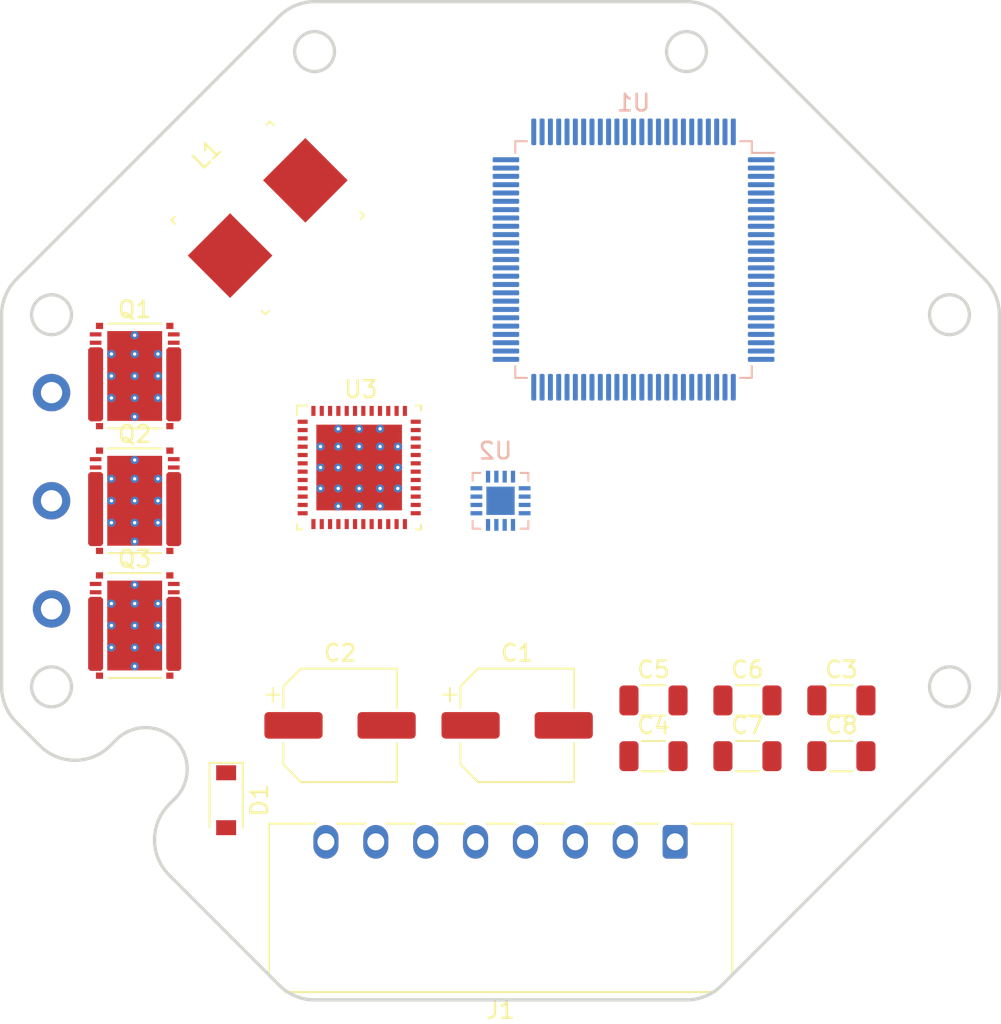
<source format=kicad_pcb>
(kicad_pcb (version 20211232) (generator pcbnew)
  (layers (0 "F.Cu" signal) (1 "In1.Cu" signal) (2 "In2.Cu" signal) (31 "B.Cu" signal) (34 "B.Paste" user) (35 "F.Paste" user) (36 "B.SilkS" user "B.Silkscreen") (37 "F.SilkS" user "F.Silkscreen") (38 "B.Mask" user) (39 "F.Mask" user) (44 "Edge.Cuts" user))
  (net 0 "")
  (net 4 "PGND")
  (net 20 "Net-(Q3-VSW)")
  (net 145 "Net-(U3-PGND)")
  (net 196 "Net-(Q2-VSW)")
  (net 205 "Net-(J2-PTH)")
  (footprint "Capacitor_SMD:C_1206_3216Metric" (layer "F.Cu") (at 139.2 112)
    (fp_text reference "C5" (at 0 -1.85) (layer "F.SilkS"))
    (fp_text value "10 uF")
    (pad "1" smd roundrect (at -1.475 0) (size 1.15 1.8) (layers "F.Cu" "F.Paste" "F.Mask") (roundrect_rratio 0.217391))
    (pad "2" smd roundrect (at 1.475 0) (size 1.15 1.8) (layers "F.Cu" "F.Paste" "F.Mask") (roundrect_rratio 0.217391))
  )
  (footprint "Package_VSON-CLIP_T:DMM0022A" (layer "F.Cu") (at 108 107.5)
    (fp_text reference "Q3" (at 0 -4) (layer "F.SilkS"))
    (fp_text value "CSD88599Q5DC" hide)
    (fp_poly (pts (xy -2.3 2.5) (xy -2.000001 2.5) (xy -2.000001 -1.5) (xy -2.3 -1.5)) (stroke (width 0.1)) (fill solid) (layer "F.Cu"))
    (fp_poly (pts (xy 2.3 -1.500002) (xy 2.000001 -1.500002) (xy 2.000001 2.499998) (xy 2.3 2.499998)) (stroke (width 0.1)) (fill solid) (layer "F.Cu"))
    (fp_poly (pts (xy -2.75 2.575001) (xy -2.75 -1.575001) (xy -2.65 -1.675) (xy -2.050001 -1.675) (xy -1.950001 -1.575001) (xy -1.950001 2.575001) (xy -2.050001 2.675001) (xy -2.65 2.675001)) (stroke (width 0.1)) (fill solid) (layer "F.Cu"))
    (fp_poly (pts (xy 2.75 2.575001) (xy 2.75 -1.575001) (xy 2.65 -1.675) (xy 2.050001 -1.675) (xy 1.950001 -1.575001) (xy 1.950001 2.575001) (xy 2.050001 2.675001) (xy 2.65 2.675001)) (stroke (width 0.1)) (fill solid) (layer "F.Cu"))
    (pad "1" smd rect (at -2.35 -2.5) (size 0.700001 0.249999) (layers "F.Cu" "F.Paste" "F.Mask"))
    (pad "2" smd rect (at -2.35 -2.000001) (size 0.700001 0.249999) (layers "F.Cu" "F.Paste" "F.Mask"))
    (pad "3" smd rect (at -2.35 -1.5) (size 0.700001 0.249999) (layers "F.Cu" "F.Paste" "F.Mask") (net 20 "Net-(Q3-VSW)"))
    (pad "4" smd rect (at -2.35 -1.000001) (size 0.700001 0.249999) (layers "F.Cu" "F.Paste" "F.Mask") (net 20 "Net-(Q3-VSW)"))
    (pad "5" smd rect (at -2.35 -0.499999) (size 0.700001 0.249999) (layers "F.Cu" "F.Paste" "F.Mask") (net 20 "Net-(Q3-VSW)"))
    (pad "6" smd rect (at -2.35 0) (size 0.700001 0.249999) (layers "F.Cu" "F.Paste" "F.Mask") (net 20 "Net-(Q3-VSW)"))
    (pad "7" smd rect (at -2.35 0.499999) (size 0.700001 0.249999) (layers "F.Cu" "F.Paste" "F.Mask") (net 20 "Net-(Q3-VSW)"))
    (pad "8" smd rect (at -2.35 1.000001) (size 0.700001 0.249999) (layers "F.Cu" "F.Paste" "F.Mask") (net 20 "Net-(Q3-VSW)"))
    (pad "9" smd rect (at -2.35 1.5) (size 0.700001 0.249999) (layers "F.Cu" "F.Paste" "F.Mask") (net 20 "Net-(Q3-VSW)"))
    (pad "10" smd rect (at -2.35 2.000001) (size 0.700001 0.249999) (layers "F.Cu" "F.Paste" "F.Mask") (net 20 "Net-(Q3-VSW)"))
    (pad "11" smd rect (at -2.35 2.5) (size 0.700001 0.249999) (layers "F.Cu" "F.Paste" "F.Mask") (net 20 "Net-(Q3-VSW)"))
    (pad "12" smd rect (at 2.35 2.5) (size 0.700001 0.249999) (layers "F.Cu" "F.Paste" "F.Mask") (net 4 "PGND"))
    (pad "13" smd rect (at 2.35 2.000001) (size 0.700001 0.249999) (layers "F.Cu" "F.Paste" "F.Mask") (net 4 "PGND"))
    (pad "14" smd rect (at 2.35 1.5) (size 0.700001 0.249999) (layers "F.Cu" "F.Paste" "F.Mask") (net 4 "PGND"))
    (pad "15" smd rect (at 2.35 1.000001) (size 0.700001 0.249999) (layers "F.Cu" "F.Paste" "F.Mask") (net 4 "PGND"))
    (pad "16" smd rect (at 2.35 0.499999) (size 0.700001 0.249999) (layers "F.Cu" "F.Paste" "F.Mask") (net 4 "PGND"))
    (pad "17" smd rect (at 2.35 0) (size 0.700001 0.249999) (layers "F.Cu" "F.Paste" "F.Mask") (net 4 "PGND"))
    (pad "18" smd rect (at 2.35 -0.499999) (size 0.700001 0.249999) (layers "F.Cu" "F.Paste" "F.Mask") (net 4 "PGND"))
    (pad "19" smd rect (at 2.35 -1.000001) (size 0.700001 0.249999) (layers "F.Cu" "F.Paste" "F.Mask") (net 4 "PGND"))
    (pad "20" smd rect (at 2.35 -1.5) (size 0.700001 0.249999) (layers "F.Cu" "F.Paste" "F.Mask") (net 4 "PGND"))
    (pad "21" smd rect (at 2.35 -2.000001) (size 0.700001 0.249999) (layers "F.Cu" "F.Paste" "F.Mask"))
    (pad "22" smd rect (at 2.35 -2.5) (size 0.700001 0.249999) (layers "F.Cu" "F.Paste" "F.Mask"))
    (pad "23" smd rect (at -2.115 -3.012999) (size 0.429999 0.375001) (layers "F.Cu" "F.Paste" "F.Mask"))
    (pad "24" smd rect (at -2.115 3.012999) (size 0.429999 0.375001) (layers "F.Cu" "F.Paste" "F.Mask"))
    (pad "25" smd rect (at 2.115 3.012999) (size 0.429999 0.375001) (layers "F.Cu" "F.Paste" "F.Mask"))
    (pad "26" smd rect (at 2.115 -3.012999) (size 0.429999 0.375001) (layers "F.Cu" "F.Paste" "F.Mask"))
    (pad "27" smd rect (at 0 0) (size 3.300001 5.399999) (layers "F.Cu" "F.Paste" "F.Mask"))
    (pad "V" thru_hole circle (at -1.4 -1.32) (size 0.499999 0.499999) (drill 0.2032) (layers *.Cu *.Mask))
    (pad "V" thru_hole circle (at -1.4 0) (size 0.499999 0.499999) (drill 0.2032) (layers *.Cu *.Mask))
    (pad "V" thru_hole circle (at -1.4 1.32) (size 0.499999 0.499999) (drill 0.2032) (layers *.Cu *.Mask))
    (pad "V" thru_hole circle (at 0 -2.45) (size 0.499999 0.499999) (drill 0.2032) (layers *.Cu *.Mask))
    (pad "V" thru_hole circle (at 0 -1.320002) (size 0.499999 0.499999) (drill 0.2032) (layers *.Cu *.Mask))
    (pad "V" thru_hole circle (at 0 0) (size 0.499999 0.499999) (drill 0.2032) (layers *.Cu *.Mask))
    (pad "V" thru_hole circle (at 0 1.320002) (size 0.499999 0.499999) (drill 0.2032) (layers *.Cu *.Mask))
    (pad "V" thru_hole circle (at 0 2.45) (size 0.499999 0.499999) (drill 0.2032) (layers *.Cu *.Mask))
    (pad "V" thru_hole circle (at 1.4 -1.32) (size 0.499999 0.499999) (drill 0.2032) (layers *.Cu *.Mask))
    (pad "V" thru_hole circle (at 1.4 0) (size 0.499999 0.499999) (drill 0.2032) (layers *.Cu *.Mask))
    (pad "V" thru_hole circle (at 1.4 1.32) (size 0.499999 0.499999) (drill 0.2032) (layers *.Cu *.Mask))
  )
  (footprint "Hole_PTH_T:PTH_1.28mm_ID_2.25mm_OD" (layer "F.Cu") (at 103 93.5)
    (fp_text reference "J2" hide)
    (fp_text value "PTH" hide)
    (pad "1" thru_hole circle (at 0 0) (size 2.25 2.25) (drill 1.28) (layers *.Cu *.Mask) (net 205 "Net-(J2-PTH)"))
  )
  (footprint "Hole_PTH_T:PTH_1.28mm_ID_2.25mm_OD" (layer "F.Cu") (at 103 106.5)
    (fp_text reference "J4" hide)
    (fp_text value "PTH" hide)
    (pad "1" thru_hole circle (at 0 0) (size 2.25 2.25) (drill 1.28) (layers *.Cu *.Mask) (net 20 "Net-(Q3-VSW)"))
  )
  (footprint "Hole_PTH_T:PTH_1.28mm_ID_2.25mm_OD" (layer "F.Cu") (at 103 100)
    (fp_text reference "J3" hide)
    (fp_text value "PTH" hide)
    (pad "1" thru_hole circle (at 0 0) (size 2.25 2.25) (drill 1.28) (layers *.Cu *.Mask) (net 196 "Net-(Q2-VSW)"))
  )
  (footprint "Capacitor_SMD:C_1206_3216Metric" (layer "F.Cu") (at 144.85 112)
    (fp_text reference "C6" (at 0 -1.85) (layer "F.SilkS"))
    (fp_text value "10 uF")
    (pad "1" smd roundrect (at -1.475 0) (size 1.15 1.8) (layers "F.Cu" "F.Paste" "F.Mask") (roundrect_rratio 0.217391))
    (pad "2" smd roundrect (at 1.475 0) (size 1.15 1.8) (layers "F.Cu" "F.Paste" "F.Mask") (roundrect_rratio 0.217391))
  )
  (footprint "Capacitor_SMD:C_1206_3216Metric" (layer "F.Cu") (at 150.5 115.35)
    (fp_text reference "C8" (at 0 -1.85) (layer "F.SilkS"))
    (fp_text value "10 uF")
    (pad "1" smd roundrect (at -1.475 0) (size 1.15 1.8) (layers "F.Cu" "F.Paste" "F.Mask") (roundrect_rratio 0.217391))
    (pad "2" smd roundrect (at 1.475 0) (size 1.15 1.8) (layers "F.Cu" "F.Paste" "F.Mask") (roundrect_rratio 0.217391))
  )
  (footprint "Capacitor_SMD:C_1206_3216Metric" (layer "F.Cu") (at 144.85 115.35)
    (fp_text reference "C7" (at 0 -1.85) (layer "F.SilkS"))
    (fp_text value "10 uF")
    (pad "1" smd roundrect (at -1.475 0) (size 1.15 1.8) (layers "F.Cu" "F.Paste" "F.Mask") (roundrect_rratio 0.217391))
    (pad "2" smd roundrect (at 1.475 0) (size 1.15 1.8) (layers "F.Cu" "F.Paste" "F.Mask") (roundrect_rratio 0.217391))
  )
  (footprint "Package_VSON-CLIP_T:DMM0022A" (layer "F.Cu") (at 108 92.5)
    (fp_text reference "Q1" (at 0 -4) (layer "F.SilkS"))
    (fp_text value "CSD88599Q5DC" hide)
    (fp_poly (pts (xy -2.3 2.5) (xy -2.000001 2.5) (xy -2.000001 -1.5) (xy -2.3 -1.5)) (stroke (width 0.1)) (fill solid) (layer "F.Cu"))
    (fp_poly (pts (xy 2.3 -1.500002) (xy 2.000001 -1.500002) (xy 2.000001 2.499998) (xy 2.3 2.499998)) (stroke (width 0.1)) (fill solid) (layer "F.Cu"))
    (fp_poly (pts (xy -2.75 2.575001) (xy -2.75 -1.575001) (xy -2.65 -1.675) (xy -2.050001 -1.675) (xy -1.950001 -1.575001) (xy -1.950001 2.575001) (xy -2.050001 2.675001) (xy -2.65 2.675001)) (stroke (width 0.1)) (fill solid) (layer "F.Cu"))
    (fp_poly (pts (xy 2.75 2.575001) (xy 2.75 -1.575001) (xy 2.65 -1.675) (xy 2.050001 -1.675) (xy 1.950001 -1.575001) (xy 1.950001 2.575001) (xy 2.050001 2.675001) (xy 2.65 2.675001)) (stroke (width 0.1)) (fill solid) (layer "F.Cu"))
    (pad "1" smd rect (at -2.35 -2.5) (size 0.700001 0.249999) (layers "F.Cu" "F.Paste" "F.Mask"))
    (pad "2" smd rect (at -2.35 -2.000001) (size 0.700001 0.249999) (layers "F.Cu" "F.Paste" "F.Mask"))
    (pad "3" smd rect (at -2.35 -1.5) (size 0.700001 0.249999) (layers "F.Cu" "F.Paste" "F.Mask") (net 205 "Net-(J2-PTH)"))
    (pad "4" smd rect (at -2.35 -1.000001) (size 0.700001 0.249999) (layers "F.Cu" "F.Paste" "F.Mask") (net 205 "Net-(J2-PTH)"))
    (pad "5" smd rect (at -2.35 -0.499999) (size 0.700001 0.249999) (layers "F.Cu" "F.Paste" "F.Mask") (net 205 "Net-(J2-PTH)"))
    (pad "6" smd rect (at -2.35 0) (size 0.700001 0.249999) (layers "F.Cu" "F.Paste" "F.Mask") (net 205 "Net-(J2-PTH)"))
    (pad "7" smd rect (at -2.35 0.499999) (size 0.700001 0.249999) (layers "F.Cu" "F.Paste" "F.Mask") (net 205 "Net-(J2-PTH)"))
    (pad "8" smd rect (at -2.35 1.000001) (size 0.700001 0.249999) (layers "F.Cu" "F.Paste" "F.Mask") (net 205 "Net-(J2-PTH)"))
    (pad "9" smd rect (at -2.35 1.5) (size 0.700001 0.249999) (layers "F.Cu" "F.Paste" "F.Mask") (net 205 "Net-(J2-PTH)"))
    (pad "10" smd rect (at -2.35 2.000001) (size 0.700001 0.249999) (layers "F.Cu" "F.Paste" "F.Mask") (net 205 "Net-(J2-PTH)"))
    (pad "11" smd rect (at -2.35 2.5) (size 0.700001 0.249999) (layers "F.Cu" "F.Paste" "F.Mask") (net 205 "Net-(J2-PTH)"))
    (pad "12" smd rect (at 2.35 2.5) (size 0.700001 0.249999) (layers "F.Cu" "F.Paste" "F.Mask") (net 4 "PGND"))
    (pad "13" smd rect (at 2.35 2.000001) (size 0.700001 0.249999) (layers "F.Cu" "F.Paste" "F.Mask") (net 4 "PGND"))
    (pad "14" smd rect (at 2.35 1.5) (size 0.700001 0.249999) (layers "F.Cu" "F.Paste" "F.Mask") (net 4 "PGND"))
    (pad "15" smd rect (at 2.35 1.000001) (size 0.700001 0.249999) (layers "F.Cu" "F.Paste" "F.Mask") (net 4 "PGND"))
    (pad "16" smd rect (at 2.35 0.499999) (size 0.700001 0.249999) (layers "F.Cu" "F.Paste" "F.Mask") (net 4 "PGND"))
    (pad "17" smd rect (at 2.35 0) (size 0.700001 0.249999) (layers "F.Cu" "F.Paste" "F.Mask") (net 4 "PGND"))
    (pad "18" smd rect (at 2.35 -0.499999) (size 0.700001 0.249999) (layers "F.Cu" "F.Paste" "F.Mask") (net 4 "PGND"))
    (pad "19" smd rect (at 2.35 -1.000001) (size 0.700001 0.249999) (layers "F.Cu" "F.Paste" "F.Mask") (net 4 "PGND"))
    (pad "20" smd rect (at 2.35 -1.5) (size 0.700001 0.249999) (layers "F.Cu" "F.Paste" "F.Mask") (net 4 "PGND"))
    (pad "21" smd rect (at 2.35 -2.000001) (size 0.700001 0.249999) (layers "F.Cu" "F.Paste" "F.Mask"))
    (pad "22" smd rect (at 2.35 -2.5) (size 0.700001 0.249999) (layers "F.Cu" "F.Paste" "F.Mask"))
    (pad "23" smd rect (at -2.115 -3.012999) (size 0.429999 0.375001) (layers "F.Cu" "F.Paste" "F.Mask"))
    (pad "24" smd rect (at -2.115 3.012999) (size 0.429999 0.375001) (layers "F.Cu" "F.Paste" "F.Mask"))
    (pad "25" smd rect (at 2.115 3.012999) (size 0.429999 0.375001) (layers "F.Cu" "F.Paste" "F.Mask"))
    (pad "26" smd rect (at 2.115 -3.012999) (size 0.429999 0.375001) (layers "F.Cu" "F.Paste" "F.Mask"))
    (pad "27" smd rect (at 0 0) (size 3.300001 5.399999) (layers "F.Cu" "F.Paste" "F.Mask"))
    (pad "V" thru_hole circle (at -1.4 -1.32) (size 0.499999 0.499999) (drill 0.2032) (layers *.Cu *.Mask))
    (pad "V" thru_hole circle (at -1.4 0) (size 0.499999 0.499999) (drill 0.2032) (layers *.Cu *.Mask))
    (pad "V" thru_hole circle (at -1.4 1.32) (size 0.499999 0.499999) (drill 0.2032) (layers *.Cu *.Mask))
    (pad "V" thru_hole circle (at 0 -2.45) (size 0.499999 0.499999) (drill 0.2032) (layers *.Cu *.Mask))
    (pad "V" thru_hole circle (at 0 -1.320002) (size 0.499999 0.499999) (drill 0.2032) (layers *.Cu *.Mask))
    (pad "V" thru_hole circle (at 0 0) (size 0.499999 0.499999) (drill 0.2032) (layers *.Cu *.Mask))
    (pad "V" thru_hole circle (at 0 1.320002) (size 0.499999 0.499999) (drill 0.2032) (layers *.Cu *.Mask))
    (pad "V" thru_hole circle (at 0 2.45) (size 0.499999 0.499999) (drill 0.2032) (layers *.Cu *.Mask))
    (pad "V" thru_hole circle (at 1.4 -1.32) (size 0.499999 0.499999) (drill 0.2032) (layers *.Cu *.Mask))
    (pad "V" thru_hole circle (at 1.4 0) (size 0.499999 0.499999) (drill 0.2032) (layers *.Cu *.Mask))
    (pad "V" thru_hole circle (at 1.4 1.32) (size 0.499999 0.499999) (drill 0.2032) (layers *.Cu *.Mask))
  )
  (footprint "Capacitor_SMD:C_1206_3216Metric" (layer "F.Cu") (at 139.2 115.35)
    (fp_text reference "C4" (at 0 -1.85) (layer "F.SilkS"))
    (fp_text value "10 uF")
    (pad "1" smd roundrect (at -1.475 0) (size 1.15 1.8) (layers "F.Cu" "F.Paste" "F.Mask") (roundrect_rratio 0.217391))
    (pad "2" smd roundrect (at 1.475 0) (size 1.15 1.8) (layers "F.Cu" "F.Paste" "F.Mask") (roundrect_rratio 0.217391))
  )
  (footprint "Package_QFN_T:DRV8323RHRGZR" (layer "F.Cu") (at 121.5 98)
    (fp_text reference "U3" (at 0.1 -4.7) (layer "F.SilkS"))
    (fp_text value "DRV8323RS")
    (pad "1" smd rect (at -3.400001 -2.75 90) (size 0.249999 0.599999) (layers "F.Cu" "F.Paste" "F.Mask"))
    (pad "2" smd rect (at -3.400001 -2.250001 90) (size 0.249999 0.599999) (layers "F.Cu" "F.Paste" "F.Mask") (net 145 "Net-(U3-PGND)"))
    (pad "3" smd rect (at -3.400001 -1.750002 90) (size 0.249999 0.599999) (layers "F.Cu" "F.Paste" "F.Mask"))
    (pad "4" smd rect (at -3.400001 -1.25 90) (size 0.249999 0.599999) (layers "F.Cu" "F.Paste" "F.Mask"))
    (pad "5" smd rect (at -3.400001 -0.750001 90) (size 0.249999 0.599999) (layers "F.Cu" "F.Paste" "F.Mask"))
    (pad "6" smd rect (at -3.400001 -0.25 90) (size 0.249999 0.599999) (layers "F.Cu" "F.Paste" "F.Mask"))
    (pad "7" smd rect (at -3.400001 0.25 90) (size 0.249999 0.599999) (layers "F.Cu" "F.Paste" "F.Mask"))
    (pad "8" smd rect (at -3.400001 0.749998 90) (size 0.249999 0.599999) (layers "F.Cu" "F.Paste" "F.Mask"))
    (pad "9" smd rect (at -3.400001 1.25 90) (size 0.249999 0.599999) (layers "F.Cu" "F.Paste" "F.Mask"))
    (pad "10" smd rect (at -3.400001 1.749999 90) (size 0.249999 0.599999) (layers "F.Cu" "F.Paste" "F.Mask"))
    (pad "11" smd rect (at -3.400001 2.250001 90) (size 0.249999 0.599999) (layers "F.Cu" "F.Paste" "F.Mask"))
    (pad "12" smd rect (at -3.400001 2.75 90) (size 0.249999 0.599999) (layers "F.Cu" "F.Paste" "F.Mask"))
    (pad "13" smd rect (at -2.75 3.400001) (size 0.249999 0.599999) (layers "F.Cu" "F.Paste" "F.Mask"))
    (pad "14" smd rect (at -2.250001 3.400001) (size 0.249999 0.599999) (layers "F.Cu" "F.Paste" "F.Mask"))
    (pad "15" smd rect (at -1.750002 3.400001) (size 0.249999 0.599999) (layers "F.Cu" "F.Paste" "F.Mask"))
    (pad "16" smd rect (at -1.25 3.400001) (size 0.249999 0.599999) (layers "F.Cu" "F.Paste" "F.Mask"))
    (pad "17" smd rect (at -0.750001 3.400001) (size 0.249999 0.599999) (layers "F.Cu" "F.Paste" "F.Mask"))
    (pad "18" smd rect (at -0.25 3.400001) (size 0.249999 0.599999) (layers "F.Cu" "F.Paste" "F.Mask"))
    (pad "19" smd rect (at 0.25 3.400001) (size 0.249999 0.599999) (layers "F.Cu" "F.Paste" "F.Mask"))
    (pad "20" smd rect (at 0.749998 3.400001) (size 0.249999 0.599999) (layers "F.Cu" "F.Paste" "F.Mask"))
    (pad "21" smd rect (at 1.25 3.400001) (size 0.249999 0.599999) (layers "F.Cu" "F.Paste" "F.Mask"))
    (pad "22" smd rect (at 1.749999 3.400001) (size 0.249999 0.599999) (layers "F.Cu" "F.Paste" "F.Mask"))
    (pad "23" smd rect (at 2.250001 3.400001) (size 0.249999 0.599999) (layers "F.Cu" "F.Paste" "F.Mask"))
    (pad "24" smd rect (at 2.75 3.400001) (size 0.249999 0.599999) (layers "F.Cu" "F.Paste" "F.Mask"))
    (pad "25" smd rect (at 3.400001 2.75 90) (size 0.249999 0.599999) (layers "F.Cu" "F.Paste" "F.Mask"))
    (pad "26" smd rect (at 3.400001 2.250001 90) (size 0.249999 0.599999) (layers "F.Cu" "F.Paste" "F.Mask"))
    (pad "27" smd rect (at 3.400001 1.749999 90) (size 0.249999 0.599999) (layers "F.Cu" "F.Paste" "F.Mask"))
    (pad "28" smd rect (at 3.400001 1.25 90) (size 0.249999 0.599999) (layers "F.Cu" "F.Paste" "F.Mask"))
    (pad "29" smd rect (at 3.400001 0.749998 90) (size 0.249999 0.599999) (layers "F.Cu" "F.Paste" "F.Mask"))
    (pad "30" smd rect (at 3.400001 0.25 90) (size 0.249999 0.599999) (layers "F.Cu" "F.Paste" "F.Mask"))
    (pad "31" smd rect (at 3.400001 -0.25 90) (size 0.249999 0.599999) (layers "F.Cu" "F.Paste" "F.Mask"))
    (pad "32" smd rect (at 3.400001 -0.750001 90) (size 0.249999 0.599999) (layers "F.Cu" "F.Paste" "F.Mask"))
    (pad "33" smd rect (at 3.400001 -1.25 90) (size 0.249999 0.599999) (layers "F.Cu" "F.Paste" "F.Mask"))
    (pad "34" smd rect (at 3.400001 -1.750002 90) (size 0.249999 0.599999) (layers "F.Cu" "F.Paste" "F.Mask"))
    (pad "35" smd rect (at 3.400001 -2.250001 90) (size 0.249999 0.599999) (layers "F.Cu" "F.Paste" "F.Mask"))
    (pad "36" smd rect (at 3.400001 -2.75 90) (size 0.249999 0.599999) (layers "F.Cu" "F.Paste" "F.Mask"))
    (pad "37" smd rect (at 2.75 -3.400001) (size 0.249999 0.599999) (layers "F.Cu" "F.Paste" "F.Mask"))
    (pad "38" smd rect (at 2.250001 -3.400001) (size 0.249999 0.599999) (layers "F.Cu" "F.Paste" "F.Mask"))
    (pad "39" smd rect (at 1.749999 -3.400001) (size 0.249999 0.599999) (layers "F.Cu" "F.Paste" "F.Mask"))
    (pad "40" smd rect (at 1.25 -3.400001) (size 0.249999 0.599999) (layers "F.Cu" "F.Paste" "F.Mask"))
    (pad "41" smd rect (at 0.749998 -3.400001) (size 0.249999 0.599999) (layers "F.Cu" "F.Paste" "F.Mask"))
    (pad "42" smd rect (at 0.25 -3.400001) (size 0.249999 0.599999) (layers "F.Cu" "F.Paste" "F.Mask"))
    (pad "43" smd rect (at -0.25 -3.400001) (size 0.249999 0.599999) (layers "F.Cu" "F.Paste" "F.Mask"))
    (pad "44" smd rect (at -0.750001 -3.400001) (size 0.249999 0.599999) (layers "F.Cu" "F.Paste" "F.Mask"))
    (pad "45" smd rect (at -1.25 -3.400001) (size 0.249999 0.599999) (layers "F.Cu" "F.Paste" "F.Mask"))
    (pad "46" smd rect (at -1.750002 -3.400001) (size 0.249999 0.599999) (layers "F.Cu" "F.Paste" "F.Mask"))
    (pad "47" smd rect (at -2.250001 -3.400001) (size 0.249999 0.599999) (layers "F.Cu" "F.Paste" "F.Mask"))
    (pad "48" smd rect (at -2.75 -3.400001) (size 0.249999 0.599999) (layers "F.Cu" "F.Paste" "F.Mask"))
    (pad "49" smd rect (at 0 0) (size 5.15 5.15) (layers "F.Cu" "F.Mask") (net 145 "Net-(U3-PGND)"))
    (pad "V" thru_hole circle (at -2.324999 -1.26) (size 0.499999 0.499999) (drill 0.2032) (layers *.Cu *.Mask))
    (pad "V" thru_hole circle (at -2.324999 0) (size 0.499999 0.499999) (drill 0.2032) (layers *.Cu *.Mask))
    (pad "V" thru_hole circle (at -2.324999 1.26) (size 0.499999 0.499999) (drill 0.2032) (layers *.Cu *.Mask))
    (pad "V" thru_hole circle (at -1.26 -2.324999) (size 0.499999 0.499999) (drill 0.2032) (layers *.Cu *.Mask))
    (pad "V" thru_hole circle (at -1.26 -1.26) (size 0.499999 0.499999) (drill 0.2032) (layers *.Cu *.Mask))
    (pad "V" thru_hole circle (at -1.26 0) (size 0.499999 0.499999) (drill 0.2032) (layers *.Cu *.Mask))
    (pad "V" thru_hole circle (at -1.26 1.26) (size 0.499999 0.499999) (drill 0.2032) (layers *.Cu *.Mask))
    (pad "V" thru_hole circle (at -1.26 2.324999) (size 0.499999 0.499999) (drill 0.2032) (layers *.Cu *.Mask))
    (pad "V" thru_hole circle (at 0 -2.324999) (size 0.499999 0.499999) (drill 0.2032) (layers *.Cu *.Mask))
    (pad "V" thru_hole circle (at 0 -1.26) (size 0.499999 0.499999) (drill 0.2032) (layers *.Cu *.Mask))
    (pad "V" thru_hole circle (at 0 0) (size 0.499999 0.499999) (drill 0.2032) (layers *.Cu *.Mask))
    (pad "V" thru_hole circle (at 0 1.26) (size 0.499999 0.499999) (drill 0.2032) (layers *.Cu *.Mask))
    (pad "V" thru_hole circle (at 0 2.324999) (size 0.499999 0.499999) (drill 0.2032) (layers *.Cu *.Mask))
    (pad "V" thru_hole circle (at 1.26 -2.324999) (size 0.499999 0.499999) (drill 0.2032) (layers *.Cu *.Mask))
    (pad "V" thru_hole circle (at 1.26 -1.26) (size 0.499999 0.499999) (drill 0.2032) (layers *.Cu *.Mask))
    (pad "V" thru_hole circle (at 1.26 0) (size 0.499999 0.499999) (drill 0.2032) (layers *.Cu *.Mask))
    (pad "V" thru_hole circle (at 1.26 1.26) (size 0.499999 0.499999) (drill 0.2032) (layers *.Cu *.Mask))
    (pad "V" thru_hole circle (at 1.26 2.324999) (size 0.499999 0.499999) (drill 0.2032) (layers *.Cu *.Mask))
    (pad "V" thru_hole circle (at 2.324999 -1.26) (size 0.499999 0.499999) (drill 0.2032) (layers *.Cu *.Mask))
    (pad "V" thru_hole circle (at 2.324999 0) (size 0.499999 0.499999) (drill 0.2032) (layers *.Cu *.Mask))
    (pad "V" thru_hole circle (at 2.324999 1.26) (size 0.499999 0.499999) (drill 0.2032) (layers *.Cu *.Mask))
  )
  (footprint "Capacitor_SMD:C_1206_3216Metric" (layer "F.Cu") (at 150.5 112)
    (fp_text reference "C3" (at 0 -1.85) (layer "F.SilkS"))
    (fp_text value "10 uF")
    (pad "1" smd roundrect (at -1.475 0) (size 1.15 1.8) (layers "F.Cu" "F.Paste" "F.Mask") (roundrect_rratio 0.217391))
    (pad "2" smd roundrect (at 1.475 0) (size 1.15 1.8) (layers "F.Cu" "F.Paste" "F.Mask") (roundrect_rratio 0.217391))
  )
  (footprint "Capacitor_SMD:CP_Elec_6.3x5.4" (layer "F.Cu") (at 131 113.5)
    (fp_text reference "C1" (at 0 -4.35) (layer "F.SilkS"))
    (fp_text value "22uF")
    (pad "1" smd roundrect (at -2.8 0) (size 3.5 1.6) (layers "F.Cu" "F.Paste" "F.Mask") (roundrect_rratio 0.15625))
    (pad "2" smd roundrect (at 2.8 0) (size 3.5 1.6) (layers "F.Cu" "F.Paste" "F.Mask") (roundrect_rratio 0.15625))
  )
  (footprint "Diode_SMD:D_SOD-123" (layer "F.Cu") (at 113.5 118 -90)
    (fp_text reference "D1" (at 0 -2 90) (layer "F.SilkS"))
    (fp_text value "D_TVS")
    (pad "1" smd rect (at -1.65 0 270) (size 0.9 1.2) (layers "F.Cu" "F.Paste" "F.Mask"))
    (pad "2" smd rect (at 1.65 0 270) (size 0.9 1.2) (layers "F.Cu" "F.Paste" "F.Mask"))
  )
  (footprint "TInductor_SMD:PCC-M0754M" (layer "F.Cu") (at 116 83 45)
    (fp_text reference "L1" (at 0.1 -5.3 45 unlocked) (layer "F.SilkS"))
    (fp_text value "L")
    (pad "1" smd rect (at 3.2 0 45) (size 3.6 3.6) (layers "F.Cu" "F.Paste" "F.Mask"))
    (pad "2" smd rect (at -3.2 0 45) (size 3.6 3.6) (layers "F.Cu" "F.Paste" "F.Mask"))
  )
  (footprint "Capacitor_SMD:CP_Elec_6.3x5.4" (layer "F.Cu") (at 120.35 113.5)
    (fp_text reference "C2" (at 0 -4.35) (layer "F.SilkS"))
    (fp_text value "22uF")
    (pad "1" smd roundrect (at -2.8 0) (size 3.5 1.6) (layers "F.Cu" "F.Paste" "F.Mask") (roundrect_rratio 0.15625))
    (pad "2" smd roundrect (at 2.8 0) (size 3.5 1.6) (layers "F.Cu" "F.Paste" "F.Mask") (roundrect_rratio 0.15625))
  )
  (footprint "Package_VSON-CLIP_T:DMM0022A" (layer "F.Cu") (at 108 100)
    (fp_text reference "Q2" (at 0 -4) (layer "F.SilkS"))
    (fp_text value "CSD88599Q5DC" hide)
    (fp_poly (pts (xy -2.3 2.5) (xy -2.000001 2.5) (xy -2.000001 -1.5) (xy -2.3 -1.5)) (stroke (width 0.1)) (fill solid) (layer "F.Cu"))
    (fp_poly (pts (xy 2.3 -1.500002) (xy 2.000001 -1.500002) (xy 2.000001 2.499998) (xy 2.3 2.499998)) (stroke (width 0.1)) (fill solid) (layer "F.Cu"))
    (fp_poly (pts (xy -2.75 2.575001) (xy -2.75 -1.575001) (xy -2.65 -1.675) (xy -2.050001 -1.675) (xy -1.950001 -1.575001) (xy -1.950001 2.575001) (xy -2.050001 2.675001) (xy -2.65 2.675001)) (stroke (width 0.1)) (fill solid) (layer "F.Cu"))
    (fp_poly (pts (xy 2.75 2.575001) (xy 2.75 -1.575001) (xy 2.65 -1.675) (xy 2.050001 -1.675) (xy 1.950001 -1.575001) (xy 1.950001 2.575001) (xy 2.050001 2.675001) (xy 2.65 2.675001)) (stroke (width 0.1)) (fill solid) (layer "F.Cu"))
    (pad "1" smd rect (at -2.35 -2.5) (size 0.700001 0.249999) (layers "F.Cu" "F.Paste" "F.Mask"))
    (pad "2" smd rect (at -2.35 -2.000001) (size 0.700001 0.249999) (layers "F.Cu" "F.Paste" "F.Mask"))
    (pad "3" smd rect (at -2.35 -1.5) (size 0.700001 0.249999) (layers "F.Cu" "F.Paste" "F.Mask") (net 196 "Net-(Q2-VSW)"))
    (pad "4" smd rect (at -2.35 -1.000001) (size 0.700001 0.249999) (layers "F.Cu" "F.Paste" "F.Mask") (net 196 "Net-(Q2-VSW)"))
    (pad "5" smd rect (at -2.35 -0.499999) (size 0.700001 0.249999) (layers "F.Cu" "F.Paste" "F.Mask") (net 196 "Net-(Q2-VSW)"))
    (pad "6" smd rect (at -2.35 0) (size 0.700001 0.249999) (layers "F.Cu" "F.Paste" "F.Mask") (net 196 "Net-(Q2-VSW)"))
    (pad "7" smd rect (at -2.35 0.499999) (size 0.700001 0.249999) (layers "F.Cu" "F.Paste" "F.Mask") (net 196 "Net-(Q2-VSW)"))
    (pad "8" smd rect (at -2.35 1.000001) (size 0.700001 0.249999) (layers "F.Cu" "F.Paste" "F.Mask") (net 196 "Net-(Q2-VSW)"))
    (pad "9" smd rect (at -2.35 1.5) (size 0.700001 0.249999) (layers "F.Cu" "F.Paste" "F.Mask") (net 196 "Net-(Q2-VSW)"))
    (pad "10" smd rect (at -2.35 2.000001) (size 0.700001 0.249999) (layers "F.Cu" "F.Paste" "F.Mask") (net 196 "Net-(Q2-VSW)"))
    (pad "11" smd rect (at -2.35 2.5) (size 0.700001 0.249999) (layers "F.Cu" "F.Paste" "F.Mask") (net 196 "Net-(Q2-VSW)"))
    (pad "12" smd rect (at 2.35 2.5) (size 0.700001 0.249999) (layers "F.Cu" "F.Paste" "F.Mask") (net 4 "PGND"))
    (pad "13" smd rect (at 2.35 2.000001) (size 0.700001 0.249999) (layers "F.Cu" "F.Paste" "F.Mask") (net 4 "PGND"))
    (pad "14" smd rect (at 2.35 1.5) (size 0.700001 0.249999) (layers "F.Cu" "F.Paste" "F.Mask") (net 4 "PGND"))
    (pad "15" smd rect (at 2.35 1.000001) (size 0.700001 0.249999) (layers "F.Cu" "F.Paste" "F.Mask") (net 4 "PGND"))
    (pad "16" smd rect (at 2.35 0.499999) (size 0.700001 0.249999) (layers "F.Cu" "F.Paste" "F.Mask") (net 4 "PGND"))
    (pad "17" smd rect (at 2.35 0) (size 0.700001 0.249999) (layers "F.Cu" "F.Paste" "F.Mask") (net 4 "PGND"))
    (pad "18" smd rect (at 2.35 -0.499999) (size 0.700001 0.249999) (layers "F.Cu" "F.Paste" "F.Mask") (net 4 "PGND"))
    (pad "19" smd rect (at 2.35 -1.000001) (size 0.700001 0.249999) (layers "F.Cu" "F.Paste" "F.Mask") (net 4 "PGND"))
    (pad "20" smd rect (at 2.35 -1.5) (size 0.700001 0.249999) (layers "F.Cu" "F.Paste" "F.Mask") (net 4 "PGND"))
    (pad "21" smd rect (at 2.35 -2.000001) (size 0.700001 0.249999) (layers "F.Cu" "F.Paste" "F.Mask"))
    (pad "22" smd rect (at 2.35 -2.5) (size 0.700001 0.249999) (layers "F.Cu" "F.Paste" "F.Mask"))
    (pad "23" smd rect (at -2.115 -3.012999) (size 0.429999 0.375001) (layers "F.Cu" "F.Paste" "F.Mask"))
    (pad "24" smd rect (at -2.115 3.012999) (size 0.429999 0.375001) (layers "F.Cu" "F.Paste" "F.Mask"))
    (pad "25" smd rect (at 2.115 3.012999) (size 0.429999 0.375001) (layers "F.Cu" "F.Paste" "F.Mask"))
    (pad "26" smd rect (at 2.115 -3.012999) (size 0.429999 0.375001) (layers "F.Cu" "F.Paste" "F.Mask"))
    (pad "27" smd rect (at 0 0) (size 3.300001 5.399999) (layers "F.Cu" "F.Paste" "F.Mask"))
    (pad "V" thru_hole circle (at -1.4 -1.32) (size 0.499999 0.499999) (drill 0.2032) (layers *.Cu *.Mask))
    (pad "V" thru_hole circle (at -1.4 0) (size 0.499999 0.499999) (drill 0.2032) (layers *.Cu *.Mask))
    (pad "V" thru_hole circle (at -1.4 1.32) (size 0.499999 0.499999) (drill 0.2032) (layers *.Cu *.Mask))
    (pad "V" thru_hole circle (at 0 -2.45) (size 0.499999 0.499999) (drill 0.2032) (layers *.Cu *.Mask))
    (pad "V" thru_hole circle (at 0 -1.320002) (size 0.499999 0.499999) (drill 0.2032) (layers *.Cu *.Mask))
    (pad "V" thru_hole circle (at 0 0) (size 0.499999 0.499999) (drill 0.2032) (layers *.Cu *.Mask))
    (pad "V" thru_hole circle (at 0 1.320002) (size 0.499999 0.499999) (drill 0.2032) (layers *.Cu *.Mask))
    (pad "V" thru_hole circle (at 0 2.45) (size 0.499999 0.499999) (drill 0.2032) (layers *.Cu *.Mask))
    (pad "V" thru_hole circle (at 1.4 -1.32) (size 0.499999 0.499999) (drill 0.2032) (layers *.Cu *.Mask))
    (pad "V" thru_hole circle (at 1.4 0) (size 0.499999 0.499999) (drill 0.2032) (layers *.Cu *.Mask))
    (pad "V" thru_hole circle (at 1.4 1.32) (size 0.499999 0.499999) (drill 0.2032) (layers *.Cu *.Mask))
  )
  (footprint "TConnector_Molex:Molex_Micro-Fit_3.0_43650-0800_1x08_P3.00mm_Horizontal" (layer "F.Cu") (at 140.5 120.5 180)
    (fp_text reference "J1" (at 10.5 -10.12) (layer "F.SilkS"))
    (fp_text value "Conn_01x08")
    (pad "" np_thru_hole circle (at 2.15 -4.32 180) (size 3 3) (drill 3) (layers *.Cu *.Mask))
    (pad "" np_thru_hole circle (at 18.85 -4.32 180) (size 3 3) (drill 3) (layers *.Cu *.Mask))
    (pad "1" thru_hole roundrect (at 0 0 180) (size 1.5 2.02) (drill 1.02) (layers *.Cu *.Mask) (roundrect_rratio 0.166667))
    (pad "2" thru_hole oval (at 3 0 180) (size 1.5 2.02) (drill 1.02) (layers *.Cu *.Mask))
    (pad "3" thru_hole oval (at 6 0 180) (size 1.5 2.02) (drill 1.02) (layers *.Cu *.Mask))
    (pad "4" thru_hole oval (at 9 0 180) (size 1.5 2.02) (drill 1.02) (layers *.Cu *.Mask))
    (pad "5" thru_hole oval (at 12 0 180) (size 1.5 2.02) (drill 1.02) (layers *.Cu *.Mask))
    (pad "6" thru_hole oval (at 15 0 180) (size 1.5 2.02) (drill 1.02) (layers *.Cu *.Mask))
    (pad "7" thru_hole oval (at 18 0 180) (size 1.5 2.02) (drill 1.02) (layers *.Cu *.Mask))
    (pad "8" thru_hole oval (at 21 0 180) (size 1.5 2.02) (drill 1.02) (layers *.Cu *.Mask))
  )
  (footprint "Package_QFP:LQFP-100_14x14mm_P0.5mm" (layer "B.Cu") (at 138 85.5 180)
    (fp_text reference "U1" (at 0 9.42) (layer "B.SilkS") (effects (justify mirror)))
    (fp_text value "STM32H725VGT6")
    (pad "1" smd roundrect (at -7.675 6 180) (size 1.6 0.3) (layers "B.Cu" "B.Paste" "B.Mask"))
    (pad "2" smd roundrect (at -7.675 5.5 180) (size 1.6 0.3) (layers "B.Cu" "B.Paste" "B.Mask"))
    (pad "3" smd roundrect (at -7.675 5 180) (size 1.6 0.3) (layers "B.Cu" "B.Paste" "B.Mask"))
    (pad "4" smd roundrect (at -7.675 4.5 180) (size 1.6 0.3) (layers "B.Cu" "B.Paste" "B.Mask"))
    (pad "5" smd roundrect (at -7.675 4 180) (size 1.6 0.3) (layers "B.Cu" "B.Paste" "B.Mask"))
    (pad "6" smd roundrect (at -7.675 3.5 180) (size 1.6 0.3) (layers "B.Cu" "B.Paste" "B.Mask"))
    (pad "7" smd roundrect (at -7.675 3 180) (size 1.6 0.3) (layers "B.Cu" "B.Paste" "B.Mask"))
    (pad "8" smd roundrect (at -7.675 2.5 180) (size 1.6 0.3) (layers "B.Cu" "B.Paste" "B.Mask"))
    (pad "9" smd roundrect (at -7.675 2 180) (size 1.6 0.3) (layers "B.Cu" "B.Paste" "B.Mask"))
    (pad "10" smd roundrect (at -7.675 1.5 180) (size 1.6 0.3) (layers "B.Cu" "B.Paste" "B.Mask"))
    (pad "11" smd roundrect (at -7.675 1 180) (size 1.6 0.3) (layers "B.Cu" "B.Paste" "B.Mask"))
    (pad "12" smd roundrect (at -7.675 0.5 180) (size 1.6 0.3) (layers "B.Cu" "B.Paste" "B.Mask"))
    (pad "13" smd roundrect (at -7.675 0 180) (size 1.6 0.3) (layers "B.Cu" "B.Paste" "B.Mask"))
    (pad "14" smd roundrect (at -7.675 -0.5 180) (size 1.6 0.3) (layers "B.Cu" "B.Paste" "B.Mask"))
    (pad "15" smd roundrect (at -7.675 -1 180) (size 1.6 0.3) (layers "B.Cu" "B.Paste" "B.Mask"))
    (pad "16" smd roundrect (at -7.675 -1.5 180) (size 1.6 0.3) (layers "B.Cu" "B.Paste" "B.Mask"))
    (pad "17" smd roundrect (at -7.675 -2 180) (size 1.6 0.3) (layers "B.Cu" "B.Paste" "B.Mask"))
    (pad "18" smd roundrect (at -7.675 -2.5 180) (size 1.6 0.3) (layers "B.Cu" "B.Paste" "B.Mask"))
    (pad "19" smd roundrect (at -7.675 -3 180) (size 1.6 0.3) (layers "B.Cu" "B.Paste" "B.Mask"))
    (pad "20" smd roundrect (at -7.675 -3.5 180) (size 1.6 0.3) (layers "B.Cu" "B.Paste" "B.Mask"))
    (pad "21" smd roundrect (at -7.675 -4 180) (size 1.6 0.3) (layers "B.Cu" "B.Paste" "B.Mask"))
    (pad "22" smd roundrect (at -7.675 -4.5 180) (size 1.6 0.3) (layers "B.Cu" "B.Paste" "B.Mask"))
    (pad "23" smd roundrect (at -7.675 -5 180) (size 1.6 0.3) (layers "B.Cu" "B.Paste" "B.Mask"))
    (pad "24" smd roundrect (at -7.675 -5.5 180) (size 1.6 0.3) (layers "B.Cu" "B.Paste" "B.Mask"))
    (pad "25" smd roundrect (at -7.675 -6 180) (size 1.6 0.3) (layers "B.Cu" "B.Paste" "B.Mask"))
    (pad "26" smd roundrect (at -6 -7.675 180) (size 0.3 1.6) (layers "B.Cu" "B.Paste" "B.Mask"))
    (pad "27" smd roundrect (at -5.5 -7.675 180) (size 0.3 1.6) (layers "B.Cu" "B.Paste" "B.Mask"))
    (pad "28" smd roundrect (at -5 -7.675 180) (size 0.3 1.6) (layers "B.Cu" "B.Paste" "B.Mask"))
    (pad "29" smd roundrect (at -4.5 -7.675 180) (size 0.3 1.6) (layers "B.Cu" "B.Paste" "B.Mask"))
    (pad "30" smd roundrect (at -4 -7.675 180) (size 0.3 1.6) (layers "B.Cu" "B.Paste" "B.Mask"))
    (pad "31" smd roundrect (at -3.5 -7.675 180) (size 0.3 1.6) (layers "B.Cu" "B.Paste" "B.Mask"))
    (pad "32" smd roundrect (at -3 -7.675 180) (size 0.3 1.6) (layers "B.Cu" "B.Paste" "B.Mask"))
    (pad "33" smd roundrect (at -2.5 -7.675 180) (size 0.3 1.6) (layers "B.Cu" "B.Paste" "B.Mask"))
    (pad "34" smd roundrect (at -2 -7.675 180) (size 0.3 1.6) (layers "B.Cu" "B.Paste" "B.Mask"))
    (pad "35" smd roundrect (at -1.5 -7.675 180) (size 0.3 1.6) (layers "B.Cu" "B.Paste" "B.Mask"))
    (pad "36" smd roundrect (at -1 -7.675 180) (size 0.3 1.6) (layers "B.Cu" "B.Paste" "B.Mask"))
    (pad "37" smd roundrect (at -0.5 -7.675 180) (size 0.3 1.6) (layers "B.Cu" "B.Paste" "B.Mask"))
    (pad "38" smd roundrect (at 0 -7.675 180) (size 0.3 1.6) (layers "B.Cu" "B.Paste" "B.Mask"))
    (pad "39" smd roundrect (at 0.5 -7.675 180) (size 0.3 1.6) (layers "B.Cu" "B.Paste" "B.Mask"))
    (pad "40" smd roundrect (at 1 -7.675 180) (size 0.3 1.6) (layers "B.Cu" "B.Paste" "B.Mask"))
    (pad "41" smd roundrect (at 1.5 -7.675 180) (size 0.3 1.6) (layers "B.Cu" "B.Paste" "B.Mask"))
    (pad "42" smd roundrect (at 2 -7.675 180) (size 0.3 1.6) (layers "B.Cu" "B.Paste" "B.Mask"))
    (pad "43" smd roundrect (at 2.5 -7.675 180) (size 0.3 1.6) (layers "B.Cu" "B.Paste" "B.Mask"))
    (pad "44" smd roundrect (at 3 -7.675 180) (size 0.3 1.6) (layers "B.Cu" "B.Paste" "B.Mask"))
    (pad "45" smd roundrect (at 3.5 -7.675 180) (size 0.3 1.6) (layers "B.Cu" "B.Paste" "B.Mask"))
    (pad "46" smd roundrect (at 4 -7.675 180) (size 0.3 1.6) (layers "B.Cu" "B.Paste" "B.Mask"))
    (pad "47" smd roundrect (at 4.5 -7.675 180) (size 0.3 1.6) (layers "B.Cu" "B.Paste" "B.Mask"))
    (pad "48" smd roundrect (at 5 -7.675 180) (size 0.3 1.6) (layers "B.Cu" "B.Paste" "B.Mask"))
    (pad "49" smd roundrect (at 5.5 -7.675 180) (size 0.3 1.6) (layers "B.Cu" "B.Paste" "B.Mask"))
    (pad "50" smd roundrect (at 6 -7.675 180) (size 0.3 1.6) (layers "B.Cu" "B.Paste" "B.Mask"))
    (pad "51" smd roundrect (at 7.675 -6 180) (size 1.6 0.3) (layers "B.Cu" "B.Paste" "B.Mask"))
    (pad "52" smd roundrect (at 7.675 -5.5 180) (size 1.6 0.3) (layers "B.Cu" "B.Paste" "B.Mask"))
    (pad "53" smd roundrect (at 7.675 -5 180) (size 1.6 0.3) (layers "B.Cu" "B.Paste" "B.Mask"))
    (pad "54" smd roundrect (at 7.675 -4.5 180) (size 1.6 0.3) (layers "B.Cu" "B.Paste" "B.Mask"))
    (pad "55" smd roundrect (at 7.675 -4 180) (size 1.6 0.3) (layers "B.Cu" "B.Paste" "B.Mask"))
    (pad "56" smd roundrect (at 7.675 -3.5 180) (size 1.6 0.3) (layers "B.Cu" "B.Paste" "B.Mask"))
    (pad "57" smd roundrect (at 7.675 -3 180) (size 1.6 0.3) (layers "B.Cu" "B.Paste" "B.Mask"))
    (pad "58" smd roundrect (at 7.675 -2.5 180) (size 1.6 0.3) (layers "B.Cu" "B.Paste" "B.Mask"))
    (pad "59" smd roundrect (at 7.675 -2 180) (size 1.6 0.3) (layers "B.Cu" "B.Paste" "B.Mask"))
    (pad "60" smd roundrect (at 7.675 -1.5 180) (size 1.6 0.3) (layers "B.Cu" "B.Paste" "B.Mask"))
    (pad "61" smd roundrect (at 7.675 -1 180) (size 1.6 0.3) (layers "B.Cu" "B.Paste" "B.Mask"))
    (pad "62" smd roundrect (at 7.675 -0.5 180) (size 1.6 0.3) (layers "B.Cu" "B.Paste" "B.Mask"))
    (pad "63" smd roundrect (at 7.675 0 180) (size 1.6 0.3) (layers "B.Cu" "B.Paste" "B.Mask"))
    (pad "64" smd roundrect (at 7.675 0.5 180) (size 1.6 0.3) (layers "B.Cu" "B.Paste" "B.Mask"))
    (pad "65" smd roundrect (at 7.675 1 180) (size 1.6 0.3) (layers "B.Cu" "B.Paste" "B.Mask"))
    (pad "66" smd roundrect (at 7.675 1.5 180) (size 1.6 0.3) (layers "B.Cu" "B.Paste" "B.Mask"))
    (pad "67" smd roundrect (at 7.675 2 180) (size 1.6 0.3) (layers "B.Cu" "B.Paste" "B.Mask"))
    (pad "68" smd roundrect (at 7.675 2.5 180) (size 1.6 0.3) (layers "B.Cu" "B.Paste" "B.Mask"))
    (pad "69" smd roundrect (at 7.675 3 180) (size 1.6 0.3) (layers "B.Cu" "B.Paste" "B.Mask"))
    (pad "70" smd roundrect (at 7.675 3.5 180) (size 1.6 0.3) (layers "B.Cu" "B.Paste" "B.Mask"))
    (pad "71" smd roundrect (at 7.675 4 180) (size 1.6 0.3) (layers "B.Cu" "B.Paste" "B.Mask"))
    (pad "72" smd roundrect (at 7.675 4.5 180) (size 1.6 0.3) (layers "B.Cu" "B.Paste" "B.Mask"))
    (pad "73" smd roundrect (at 7.675 5 180) (size 1.6 0.3) (layers "B.Cu" "B.Paste" "B.Mask"))
    (pad "74" smd roundrect (at 7.675 5.5 180) (size 1.6 0.3) (layers "B.Cu" "B.Paste" "B.Mask"))
    (pad "75" smd roundrect (at 7.675 6 180) (size 1.6 0.3) (layers "B.Cu" "B.Paste" "B.Mask"))
    (pad "76" smd roundrect (at 6 7.675 180) (size 0.3 1.6) (layers "B.Cu" "B.Paste" "B.Mask"))
    (pad "77" smd roundrect (at 5.5 7.675 180) (size 0.3 1.6) (layers "B.Cu" "B.Paste" "B.Mask"))
    (pad "78" smd roundrect (at 5 7.675 180) (size 0.3 1.6) (layers "B.Cu" "B.Paste" "B.Mask"))
    (pad "79" smd roundrect (at 4.5 7.675 180) (size 0.3 1.6) (layers "B.Cu" "B.Paste" "B.Mask"))
    (pad "80" smd roundrect (at 4 7.675 180) (size 0.3 1.6) (layers "B.Cu" "B.Paste" "B.Mask"))
    (pad "81" smd roundrect (at 3.5 7.675 180) (size 0.3 1.6) (layers "B.Cu" "B.Paste" "B.Mask"))
    (pad "82" smd roundrect (at 3 7.675 180) (size 0.3 1.6) (layers "B.Cu" "B.Paste" "B.Mask"))
    (pad "83" smd roundrect (at 2.5 7.675 180) (size 0.3 1.6) (layers "B.Cu" "B.Paste" "B.Mask"))
    (pad "84" smd roundrect (at 2 7.675 180) (size 0.3 1.6) (layers "B.Cu" "B.Paste" "B.Mask"))
    (pad "85" smd roundrect (at 1.5 7.675 180) (size 0.3 1.6) (layers "B.Cu" "B.Paste" "B.Mask"))
    (pad "86" smd roundrect (at 1 7.675 180) (size 0.3 1.6) (layers "B.Cu" "B.Paste" "B.Mask"))
    (pad "87" smd roundrect (at 0.5 7.675 180) (size 0.3 1.6) (layers "B.Cu" "B.Paste" "B.Mask"))
    (pad "88" smd roundrect (at 0 7.675 180) (size 0.3 1.6) (layers "B.Cu" "B.Paste" "B.Mask"))
    (pad "89" smd roundrect (at -0.5 7.675 180) (size 0.3 1.6) (layers "B.Cu" "B.Paste" "B.Mask"))
    (pad "90" smd roundrect (at -1 7.675 180) (size 0.3 1.6) (layers "B.Cu" "B.Paste" "B.Mask"))
    (pad "91" smd roundrect (at -1.5 7.675 180) (size 0.3 1.6) (layers "B.Cu" "B.Paste" "B.Mask"))
    (pad "92" smd roundrect (at -2 7.675 180) (size 0.3 1.6) (layers "B.Cu" "B.Paste" "B.Mask"))
    (pad "93" smd roundrect (at -2.5 7.675 180) (size 0.3 1.6) (layers "B.Cu" "B.Paste" "B.Mask"))
    (pad "94" smd roundrect (at -3 7.675 180) (size 0.3 1.6) (layers "B.Cu" "B.Paste" "B.Mask"))
    (pad "95" smd roundrect (at -3.5 7.675 180) (size 0.3 1.6) (layers "B.Cu" "B.Paste" "B.Mask"))
    (pad "96" smd roundrect (at -4 7.675 180) (size 0.3 1.6) (layers "B.Cu" "B.Paste" "B.Mask"))
    (pad "97" smd roundrect (at -4.5 7.675 180) (size 0.3 1.6) (layers "B.Cu" "B.Paste" "B.Mask"))
    (pad "98" smd roundrect (at -5 7.675 180) (size 0.3 1.6) (layers "B.Cu" "B.Paste" "B.Mask"))
    (pad "99" smd roundrect (at -5.5 7.675 180) (size 0.3 1.6) (layers "B.Cu" "B.Paste" "B.Mask"))
    (pad "100" smd roundrect (at -6 7.675 180) (size 0.3 1.6) (layers "B.Cu" "B.Paste" "B.Mask"))
  )
  (footprint "TPackage_QFN:MA702GQ-Z" (layer "B.Cu") (at 130 100 180)
    (fp_text reference "U2" (at 0.3 3) (layer "B.SilkS") (effects (justify mirror)))
    (fp_text value "MA702GQ-Z" hide)
    (pad "1" smd rect (at -1.45 0.750001 180) (size 0.7112 0.254) (layers "B.Cu" "B.Paste" "B.Mask"))
    (pad "2" smd rect (at -1.45 0.25 180) (size 0.7112 0.254) (layers "B.Cu" "B.Paste" "B.Mask"))
    (pad "3" smd rect (at -1.45 -0.25 180) (size 0.7112 0.254) (layers "B.Cu" "B.Paste" "B.Mask"))
    (pad "4" smd rect (at -1.45 -0.750001 180) (size 0.7112 0.254) (layers "B.Cu" "B.Paste" "B.Mask"))
    (pad "5" smd rect (at -0.750001 -1.45 90) (size 0.7112 0.254) (layers "B.Cu" "B.Paste" "B.Mask"))
    (pad "6" smd rect (at -0.25 -1.45 90) (size 0.7112 0.254) (layers "B.Cu" "B.Paste" "B.Mask"))
    (pad "7" smd rect (at 0.25 -1.45 90) (size 0.7112 0.254) (layers "B.Cu" "B.Paste" "B.Mask"))
    (pad "8" smd rect (at 0.750001 -1.45 90) (size 0.7112 0.254) (layers "B.Cu" "B.Paste" "B.Mask"))
    (pad "9" smd rect (at 1.45 -0.750001 180) (size 0.7112 0.254) (layers "B.Cu" "B.Paste" "B.Mask"))
    (pad "10" smd rect (at 1.45 -0.25 180) (size 0.7112 0.254) (layers "B.Cu" "B.Paste" "B.Mask"))
    (pad "11" smd rect (at 1.45 0.25 180) (size 0.7112 0.254) (layers "B.Cu" "B.Paste" "B.Mask"))
    (pad "12" smd rect (at 1.45 0.750001 180) (size 0.7112 0.254) (layers "B.Cu" "B.Paste" "B.Mask"))
    (pad "13" smd rect (at 0.750001 1.45 90) (size 0.7112 0.254) (layers "B.Cu" "B.Paste" "B.Mask"))
    (pad "14" smd rect (at 0.25 1.45 90) (size 0.7112 0.254) (layers "B.Cu" "B.Paste" "B.Mask"))
    (pad "15" smd rect (at -0.25 1.45 90) (size 0.7112 0.254) (layers "B.Cu" "B.Paste" "B.Mask"))
    (pad "16" smd rect (at -0.750001 1.45 90) (size 0.7112 0.254) (layers "B.Cu" "B.Paste" "B.Mask"))
    (pad "17" smd rect (at 0 0 180) (size 1.7018 1.7018) (layers "B.Cu" "B.Paste" "B.Mask"))
  )
  (gr_line (start 159.12132 113.305087) (end 143.305087 129.12132) (stroke (width 0.2)) (layer "Edge.Cuts"))
  (gr_line (start 102.292893 114.7193) (end 100.87868 113.305087) (stroke (width 0.2)) (layer "Edge.Cuts"))
  (gr_arc (start 100.87868 113.305087) (mid 100.228361 112.331817) (end 100 111.183766) (stroke (width 0.2)) (layer "Edge.Cuts"))
  (gr_circle (center 141.183766 73) (end 139.983766 73) (stroke (width 0.2)) (fill none) (layer "Edge.Cuts"))
  (gr_circle (center 157 111.183766) (end 155.8 111.183766) (stroke (width 0.2)) (fill none) (layer "Edge.Cuts"))
  (gr_arc (start 141.183766 70) (mid 142.331817 70.228361) (end 143.305087 70.87868) (stroke (width 0.2)) (layer "Edge.Cuts"))
  (gr_arc (start 143.305087 129.12132) (mid 142.331817 129.771639) (end 141.183766 130) (stroke (width 0.2)) (layer "Edge.Cuts"))
  (gr_circle (center 103 111.183766) (end 101.8 111.183766) (stroke (width 0.2)) (fill none) (layer "Edge.Cuts"))
  (gr_arc (start 106.535534 114.7193) (mid 104.414214 115.59798) (end 102.292893 114.7193) (stroke (width 0.2)) (layer "Edge.Cuts"))
  (gr_arc (start 118.816234 130) (mid 117.668183 129.771639) (end 116.694913 129.12132) (stroke (width 0.2)) (layer "Edge.Cuts"))
  (gr_line (start 100.87868 86.694913) (end 116.694913 70.87868) (stroke (width 0.2)) (layer "Edge.Cuts"))
  (gr_line (start 143.305087 70.87868) (end 159.12132 86.694913) (stroke (width 0.2)) (layer "Edge.Cuts"))
  (gr_circle (center 118.816234 73) (end 117.616234 73) (stroke (width 0.2)) (fill none) (layer "Edge.Cuts"))
  (gr_line (start 100 111.183766) (end 100 88.816234) (stroke (width 0.2)) (layer "Edge.Cuts"))
  (gr_arc (start 110.071068 122.497475) (mid 109.192388 120.376155) (end 110.071068 118.254834) (stroke (width 0.2)) (layer "Edge.Cuts"))
  (gr_line (start 110.071068 118.254834) (end 110.424621 117.901281) (stroke (width 0.2)) (layer "Edge.Cuts"))
  (gr_arc (start 159.12132 86.694913) (mid 159.771639 87.668183) (end 160 88.816234) (stroke (width 0.2)) (layer "Edge.Cuts"))
  (gr_arc (start 116.694913 70.87868) (mid 117.668183 70.228361) (end 118.816234 70) (stroke (width 0.2)) (layer "Edge.Cuts"))
  (gr_circle (center 157 88.816234) (end 155.8 88.816234) (stroke (width 0.2)) (fill none) (layer "Edge.Cuts"))
  (gr_arc (start 100 88.816234) (mid 100.228361 87.668183) (end 100.87868 86.694913) (stroke (width 0.2)) (layer "Edge.Cuts"))
  (gr_circle (center 103 88.816234) (end 101.8 88.816234) (stroke (width 0.2)) (fill none) (layer "Edge.Cuts"))
  (gr_arc (start 160 111.183766) (mid 159.771639 112.331817) (end 159.12132 113.305087) (stroke (width 0.2)) (layer "Edge.Cuts"))
  (gr_line (start 106.889087 114.365747) (end 106.535534 114.7193) (stroke (width 0.2)) (layer "Edge.Cuts"))
  (gr_line (start 116.694913 129.12132) (end 110.071068 122.497475) (stroke (width 0.2)) (layer "Edge.Cuts"))
  (gr_line (start 118.816234 70) (end 141.183766 70) (stroke (width 0.2)) (layer "Edge.Cuts"))
  (gr_line (start 141.183766 130) (end 118.816234 130) (stroke (width 0.2)) (layer "Edge.Cuts"))
  (gr_arc (start 106.889087 114.365747) (mid 110.424621 114.365747) (end 110.424621 117.901281) (stroke (width 0.2)) (layer "Edge.Cuts"))
  (gr_line (start 160 88.816234) (end 160 111.183766) (stroke (width 0.2)) (layer "Edge.Cuts"))
)
</source>
